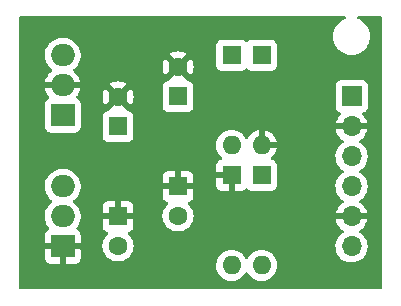
<source format=gbr>
%TF.GenerationSoftware,KiCad,Pcbnew,6.0.0*%
%TF.CreationDate,2022-01-20T18:31:13-07:00*%
%TF.ProjectId,cr3-power-regulator,6372332d-706f-4776-9572-2d726567756c,rev?*%
%TF.SameCoordinates,Original*%
%TF.FileFunction,Copper,L2,Bot*%
%TF.FilePolarity,Positive*%
%FSLAX46Y46*%
G04 Gerber Fmt 4.6, Leading zero omitted, Abs format (unit mm)*
G04 Created by KiCad (PCBNEW 6.0.0) date 2022-01-20 18:31:13*
%MOMM*%
%LPD*%
G01*
G04 APERTURE LIST*
%TA.AperFunction,ComponentPad*%
%ADD10R,1.600000X1.600000*%
%TD*%
%TA.AperFunction,ComponentPad*%
%ADD11C,1.600000*%
%TD*%
%TA.AperFunction,ComponentPad*%
%ADD12R,2.000000X1.905000*%
%TD*%
%TA.AperFunction,ComponentPad*%
%ADD13O,2.000000X1.905000*%
%TD*%
%TA.AperFunction,ComponentPad*%
%ADD14R,1.700000X1.700000*%
%TD*%
%TA.AperFunction,ComponentPad*%
%ADD15O,1.700000X1.700000*%
%TD*%
%TA.AperFunction,ComponentPad*%
%ADD16O,1.600000X1.600000*%
%TD*%
G04 APERTURE END LIST*
D10*
%TO.P,C4,1*%
%TO.N,GND*%
X175260000Y-83495183D03*
D11*
%TO.P,C4,2*%
%TO.N,OUT_N*%
X175260000Y-85995183D03*
%TD*%
D10*
%TO.P,C3,1*%
%TO.N,OUT_P*%
X175260000Y-75875183D03*
D11*
%TO.P,C3,2*%
%TO.N,GND*%
X175260000Y-73375183D03*
%TD*%
D10*
%TO.P,C2,1*%
%TO.N,GND*%
X170180000Y-86035183D03*
D11*
%TO.P,C2,2*%
%TO.N,IN_N*%
X170180000Y-88535183D03*
%TD*%
D10*
%TO.P,C1,1*%
%TO.N,IN_P*%
X170180000Y-78415183D03*
D11*
%TO.P,C1,2*%
%TO.N,GND*%
X170180000Y-75915183D03*
%TD*%
D12*
%TO.P,U2,1,GND*%
%TO.N,GND*%
X165498978Y-88575183D03*
D13*
%TO.P,U2,2,VI*%
%TO.N,IN_N*%
X165498978Y-86035183D03*
%TO.P,U2,3,VO*%
%TO.N,OUT_N*%
X165498978Y-83495183D03*
%TD*%
D12*
%TO.P,U1,1,IN*%
%TO.N,IN_P*%
X165498978Y-77470000D03*
D13*
%TO.P,U1,2,GND*%
%TO.N,GND*%
X165498978Y-74930000D03*
%TO.P,U1,3,OUT*%
%TO.N,OUT_P*%
X165498978Y-72390000D03*
%TD*%
D14*
%TO.P,J1,1,Pin_1*%
%TO.N,IN_P*%
X189953978Y-75875183D03*
D15*
%TO.P,J1,2,Pin_2*%
%TO.N,GND*%
X189953978Y-78415183D03*
%TO.P,J1,3,Pin_3*%
%TO.N,OUT_P*%
X189953978Y-80955183D03*
%TO.P,J1,4,Pin_4*%
%TO.N,OUT_N*%
X189953978Y-83495183D03*
%TO.P,J1,5,Pin_5*%
%TO.N,GND*%
X189953978Y-86035183D03*
%TO.P,J1,6,Pin_6*%
%TO.N,IN_N*%
X189953978Y-88575183D03*
%TD*%
D10*
%TO.P,D4,1,K*%
%TO.N,OUT_N*%
X182333978Y-82550000D03*
D16*
%TO.P,D4,2,A*%
%TO.N,IN_N*%
X182333978Y-90170000D03*
%TD*%
D10*
%TO.P,D2,1,K*%
%TO.N,OUT_P*%
X182333978Y-72390000D03*
D16*
%TO.P,D2,2,A*%
%TO.N,GND*%
X182333978Y-80010000D03*
%TD*%
%TO.P,D1,2,A*%
%TO.N,OUT_P*%
X179793978Y-80010000D03*
D10*
%TO.P,D1,1,K*%
%TO.N,IN_P*%
X179793978Y-72390000D03*
%TD*%
%TO.P,D3,1,K*%
%TO.N,GND*%
X179793978Y-82550000D03*
D16*
%TO.P,D3,2,A*%
%TO.N,OUT_N*%
X179793978Y-90170000D03*
%TD*%
%TA.AperFunction,Conductor*%
%TO.N,GND*%
G36*
X189435898Y-69108002D02*
G01*
X189482391Y-69161658D01*
X189492495Y-69231932D01*
X189463001Y-69296512D01*
X189417009Y-69329984D01*
X189229582Y-69409542D01*
X189017363Y-69543183D01*
X188829240Y-69709036D01*
X188670054Y-69902832D01*
X188543900Y-70119587D01*
X188454023Y-70353722D01*
X188402737Y-70599216D01*
X188391360Y-70849751D01*
X188391941Y-70854771D01*
X188391941Y-70854775D01*
X188400554Y-70929212D01*
X188420186Y-71098882D01*
X188421565Y-71103756D01*
X188421566Y-71103760D01*
X188472051Y-71282170D01*
X188488472Y-71340200D01*
X188490606Y-71344775D01*
X188490608Y-71344782D01*
X188592325Y-71562914D01*
X188594462Y-71567496D01*
X188597304Y-71571677D01*
X188597304Y-71571678D01*
X188732583Y-71770735D01*
X188732586Y-71770739D01*
X188735429Y-71774922D01*
X188738906Y-71778599D01*
X188738907Y-71778600D01*
X188839216Y-71884674D01*
X188907745Y-71957142D01*
X188911771Y-71960220D01*
X188911772Y-71960221D01*
X189102959Y-72106395D01*
X189102963Y-72106398D01*
X189106979Y-72109468D01*
X189328004Y-72227980D01*
X189332785Y-72229626D01*
X189332789Y-72229628D01*
X189502810Y-72288171D01*
X189565134Y-72309631D01*
X189668667Y-72327514D01*
X189808358Y-72351643D01*
X189808364Y-72351644D01*
X189812268Y-72352318D01*
X189816229Y-72352498D01*
X189816230Y-72352498D01*
X189840909Y-72353619D01*
X189840928Y-72353619D01*
X189842328Y-72353683D01*
X190016993Y-72353683D01*
X190019501Y-72353481D01*
X190019506Y-72353481D01*
X190198922Y-72339046D01*
X190198927Y-72339045D01*
X190203963Y-72338640D01*
X190208871Y-72337435D01*
X190208874Y-72337434D01*
X190442603Y-72280024D01*
X190447517Y-72278817D01*
X190452169Y-72276842D01*
X190452173Y-72276841D01*
X190673719Y-72182800D01*
X190673720Y-72182800D01*
X190678374Y-72180824D01*
X190890593Y-72047183D01*
X191078716Y-71881330D01*
X191237902Y-71687534D01*
X191364056Y-71470779D01*
X191409766Y-71351703D01*
X191452121Y-71241364D01*
X191453933Y-71236644D01*
X191456003Y-71226739D01*
X191504184Y-70996104D01*
X191505219Y-70991150D01*
X191507090Y-70949960D01*
X191511640Y-70849751D01*
X191516596Y-70740615D01*
X191487770Y-70491484D01*
X191448788Y-70353722D01*
X191420862Y-70255035D01*
X191420861Y-70255033D01*
X191419484Y-70250166D01*
X191417350Y-70245591D01*
X191417348Y-70245584D01*
X191315631Y-70027452D01*
X191315629Y-70027448D01*
X191313494Y-70022870D01*
X191310652Y-70018688D01*
X191175373Y-69819631D01*
X191175370Y-69819627D01*
X191172527Y-69815444D01*
X191071903Y-69709036D01*
X191003691Y-69636904D01*
X191000211Y-69633224D01*
X190996184Y-69630145D01*
X190804997Y-69483971D01*
X190804993Y-69483968D01*
X190800977Y-69480898D01*
X190579952Y-69362386D01*
X190575171Y-69360740D01*
X190575167Y-69360738D01*
X190495002Y-69333135D01*
X190437105Y-69292045D01*
X190410614Y-69226176D01*
X190423939Y-69156441D01*
X190472851Y-69104981D01*
X190536024Y-69088000D01*
X192406000Y-69088000D01*
X192474121Y-69108002D01*
X192520614Y-69161658D01*
X192532000Y-69214000D01*
X192532000Y-92076000D01*
X192511998Y-92144121D01*
X192458342Y-92190614D01*
X192406000Y-92202000D01*
X161924000Y-92202000D01*
X161855879Y-92181998D01*
X161809386Y-92128342D01*
X161798000Y-92076000D01*
X161798000Y-90170000D01*
X178480480Y-90170000D01*
X178500435Y-90398087D01*
X178559694Y-90619243D01*
X178562017Y-90624224D01*
X178562017Y-90624225D01*
X178654129Y-90821762D01*
X178654132Y-90821767D01*
X178656455Y-90826749D01*
X178787780Y-91014300D01*
X178949678Y-91176198D01*
X178954186Y-91179355D01*
X178954189Y-91179357D01*
X179032367Y-91234098D01*
X179137229Y-91307523D01*
X179142211Y-91309846D01*
X179142216Y-91309849D01*
X179339753Y-91401961D01*
X179344735Y-91404284D01*
X179350043Y-91405706D01*
X179350045Y-91405707D01*
X179560576Y-91462119D01*
X179560578Y-91462119D01*
X179565891Y-91463543D01*
X179793978Y-91483498D01*
X180022065Y-91463543D01*
X180027378Y-91462119D01*
X180027380Y-91462119D01*
X180237911Y-91405707D01*
X180237913Y-91405706D01*
X180243221Y-91404284D01*
X180248203Y-91401961D01*
X180445740Y-91309849D01*
X180445745Y-91309846D01*
X180450727Y-91307523D01*
X180555589Y-91234098D01*
X180633767Y-91179357D01*
X180633770Y-91179355D01*
X180638278Y-91176198D01*
X180800176Y-91014300D01*
X180931501Y-90826749D01*
X180933824Y-90821767D01*
X180933827Y-90821762D01*
X180949783Y-90787543D01*
X180996700Y-90734258D01*
X181064977Y-90714797D01*
X181132937Y-90735339D01*
X181178173Y-90787543D01*
X181194129Y-90821762D01*
X181194132Y-90821767D01*
X181196455Y-90826749D01*
X181327780Y-91014300D01*
X181489678Y-91176198D01*
X181494186Y-91179355D01*
X181494189Y-91179357D01*
X181572367Y-91234098D01*
X181677229Y-91307523D01*
X181682211Y-91309846D01*
X181682216Y-91309849D01*
X181879753Y-91401961D01*
X181884735Y-91404284D01*
X181890043Y-91405706D01*
X181890045Y-91405707D01*
X182100576Y-91462119D01*
X182100578Y-91462119D01*
X182105891Y-91463543D01*
X182333978Y-91483498D01*
X182562065Y-91463543D01*
X182567378Y-91462119D01*
X182567380Y-91462119D01*
X182777911Y-91405707D01*
X182777913Y-91405706D01*
X182783221Y-91404284D01*
X182788203Y-91401961D01*
X182985740Y-91309849D01*
X182985745Y-91309846D01*
X182990727Y-91307523D01*
X183095589Y-91234098D01*
X183173767Y-91179357D01*
X183173770Y-91179355D01*
X183178278Y-91176198D01*
X183340176Y-91014300D01*
X183471501Y-90826749D01*
X183473824Y-90821767D01*
X183473827Y-90821762D01*
X183565939Y-90624225D01*
X183565939Y-90624224D01*
X183568262Y-90619243D01*
X183627521Y-90398087D01*
X183647476Y-90170000D01*
X183627521Y-89941913D01*
X183603978Y-89854050D01*
X183569685Y-89726067D01*
X183569684Y-89726065D01*
X183568262Y-89720757D01*
X183545856Y-89672706D01*
X183473827Y-89518238D01*
X183473824Y-89518233D01*
X183471501Y-89513251D01*
X183378387Y-89380271D01*
X183343335Y-89330211D01*
X183343333Y-89330208D01*
X183340176Y-89325700D01*
X183178278Y-89163802D01*
X183173770Y-89160645D01*
X183173767Y-89160643D01*
X183060933Y-89081636D01*
X182990727Y-89032477D01*
X182985745Y-89030154D01*
X182985740Y-89030151D01*
X182788203Y-88938039D01*
X182788202Y-88938039D01*
X182783221Y-88935716D01*
X182777913Y-88934294D01*
X182777911Y-88934293D01*
X182567380Y-88877881D01*
X182567378Y-88877881D01*
X182562065Y-88876457D01*
X182333978Y-88856502D01*
X182105891Y-88876457D01*
X182100578Y-88877881D01*
X182100576Y-88877881D01*
X181890045Y-88934293D01*
X181890043Y-88934294D01*
X181884735Y-88935716D01*
X181879754Y-88938039D01*
X181879753Y-88938039D01*
X181682216Y-89030151D01*
X181682211Y-89030154D01*
X181677229Y-89032477D01*
X181607023Y-89081636D01*
X181494189Y-89160643D01*
X181494186Y-89160645D01*
X181489678Y-89163802D01*
X181327780Y-89325700D01*
X181324623Y-89330208D01*
X181324621Y-89330211D01*
X181289569Y-89380271D01*
X181196455Y-89513251D01*
X181194132Y-89518233D01*
X181194129Y-89518238D01*
X181178173Y-89552457D01*
X181131256Y-89605742D01*
X181062979Y-89625203D01*
X180995019Y-89604661D01*
X180949783Y-89552457D01*
X180933827Y-89518238D01*
X180933824Y-89518233D01*
X180931501Y-89513251D01*
X180838387Y-89380271D01*
X180803335Y-89330211D01*
X180803333Y-89330208D01*
X180800176Y-89325700D01*
X180638278Y-89163802D01*
X180633770Y-89160645D01*
X180633767Y-89160643D01*
X180520933Y-89081636D01*
X180450727Y-89032477D01*
X180445745Y-89030154D01*
X180445740Y-89030151D01*
X180248203Y-88938039D01*
X180248202Y-88938039D01*
X180243221Y-88935716D01*
X180237913Y-88934294D01*
X180237911Y-88934293D01*
X180027380Y-88877881D01*
X180027378Y-88877881D01*
X180022065Y-88876457D01*
X179793978Y-88856502D01*
X179565891Y-88876457D01*
X179560578Y-88877881D01*
X179560576Y-88877881D01*
X179350045Y-88934293D01*
X179350043Y-88934294D01*
X179344735Y-88935716D01*
X179339754Y-88938039D01*
X179339753Y-88938039D01*
X179142216Y-89030151D01*
X179142211Y-89030154D01*
X179137229Y-89032477D01*
X179067023Y-89081636D01*
X178954189Y-89160643D01*
X178954186Y-89160645D01*
X178949678Y-89163802D01*
X178787780Y-89325700D01*
X178784623Y-89330208D01*
X178784621Y-89330211D01*
X178749569Y-89380271D01*
X178656455Y-89513251D01*
X178654132Y-89518233D01*
X178654129Y-89518238D01*
X178582100Y-89672706D01*
X178559694Y-89720757D01*
X178558272Y-89726065D01*
X178558271Y-89726067D01*
X178523978Y-89854050D01*
X178500435Y-89941913D01*
X178480480Y-90170000D01*
X161798000Y-90170000D01*
X161798000Y-89572352D01*
X163990979Y-89572352D01*
X163991349Y-89579173D01*
X163996873Y-89630035D01*
X164000499Y-89645287D01*
X164045654Y-89765737D01*
X164054192Y-89781332D01*
X164130693Y-89883407D01*
X164143254Y-89895968D01*
X164245329Y-89972469D01*
X164260924Y-89981007D01*
X164381372Y-90026161D01*
X164396627Y-90029788D01*
X164447492Y-90035314D01*
X164454306Y-90035683D01*
X165226863Y-90035683D01*
X165242102Y-90031208D01*
X165243307Y-90029818D01*
X165244978Y-90022135D01*
X165244978Y-90017567D01*
X165752978Y-90017567D01*
X165757453Y-90032806D01*
X165758843Y-90034011D01*
X165766526Y-90035682D01*
X166543647Y-90035682D01*
X166550468Y-90035312D01*
X166601330Y-90029788D01*
X166616582Y-90026162D01*
X166737032Y-89981007D01*
X166752627Y-89972469D01*
X166854702Y-89895968D01*
X166867263Y-89883407D01*
X166943764Y-89781332D01*
X166952302Y-89765737D01*
X166997456Y-89645289D01*
X167001083Y-89630034D01*
X167006609Y-89579169D01*
X167006978Y-89572355D01*
X167006978Y-88847298D01*
X167002503Y-88832059D01*
X167001113Y-88830854D01*
X166993430Y-88829183D01*
X165771093Y-88829183D01*
X165755854Y-88833658D01*
X165754649Y-88835048D01*
X165752978Y-88842731D01*
X165752978Y-90017567D01*
X165244978Y-90017567D01*
X165244978Y-88847298D01*
X165240503Y-88832059D01*
X165239113Y-88830854D01*
X165231430Y-88829183D01*
X164009094Y-88829183D01*
X163993855Y-88833658D01*
X163992650Y-88835048D01*
X163990979Y-88842731D01*
X163990979Y-89572352D01*
X161798000Y-89572352D01*
X161798000Y-88535183D01*
X168866502Y-88535183D01*
X168886457Y-88763270D01*
X168887881Y-88768583D01*
X168887881Y-88768585D01*
X168933287Y-88938039D01*
X168945716Y-88984426D01*
X168948039Y-88989407D01*
X168948039Y-88989408D01*
X169040151Y-89186945D01*
X169040154Y-89186950D01*
X169042477Y-89191932D01*
X169105165Y-89281460D01*
X169136143Y-89325700D01*
X169173802Y-89379483D01*
X169335700Y-89541381D01*
X169340208Y-89544538D01*
X169340211Y-89544540D01*
X169351518Y-89552457D01*
X169523251Y-89672706D01*
X169528233Y-89675029D01*
X169528238Y-89675032D01*
X169685484Y-89748356D01*
X169730757Y-89769467D01*
X169736065Y-89770889D01*
X169736067Y-89770890D01*
X169946598Y-89827302D01*
X169946600Y-89827302D01*
X169951913Y-89828726D01*
X170180000Y-89848681D01*
X170408087Y-89828726D01*
X170413400Y-89827302D01*
X170413402Y-89827302D01*
X170623933Y-89770890D01*
X170623935Y-89770889D01*
X170629243Y-89769467D01*
X170674516Y-89748356D01*
X170831762Y-89675032D01*
X170831767Y-89675029D01*
X170836749Y-89672706D01*
X171008482Y-89552457D01*
X171019789Y-89544540D01*
X171019792Y-89544538D01*
X171024300Y-89541381D01*
X171186198Y-89379483D01*
X171223858Y-89325700D01*
X171254835Y-89281460D01*
X171317523Y-89191932D01*
X171319846Y-89186950D01*
X171319849Y-89186945D01*
X171411961Y-88989408D01*
X171411961Y-88989407D01*
X171414284Y-88984426D01*
X171426714Y-88938039D01*
X171472119Y-88768585D01*
X171472119Y-88768583D01*
X171473543Y-88763270D01*
X171492912Y-88541878D01*
X188591229Y-88541878D01*
X188591526Y-88547031D01*
X188591526Y-88547034D01*
X188596989Y-88641773D01*
X188604088Y-88764898D01*
X188605225Y-88769944D01*
X188605226Y-88769950D01*
X188619584Y-88833658D01*
X188653200Y-88982822D01*
X188737244Y-89189799D01*
X188739943Y-89194203D01*
X188850718Y-89374972D01*
X188853965Y-89380271D01*
X189000228Y-89549121D01*
X189172104Y-89691815D01*
X189364978Y-89804521D01*
X189573670Y-89884213D01*
X189578738Y-89885244D01*
X189578741Y-89885245D01*
X189631447Y-89895968D01*
X189792575Y-89928750D01*
X189797750Y-89928940D01*
X189797752Y-89928940D01*
X190010651Y-89936747D01*
X190010655Y-89936747D01*
X190015815Y-89936936D01*
X190020935Y-89936280D01*
X190020937Y-89936280D01*
X190232266Y-89909208D01*
X190232267Y-89909208D01*
X190237394Y-89908551D01*
X190279335Y-89895968D01*
X190446407Y-89845844D01*
X190446412Y-89845842D01*
X190451362Y-89844357D01*
X190651972Y-89746079D01*
X190833838Y-89616356D01*
X190992074Y-89458672D01*
X191046177Y-89383380D01*
X191119413Y-89281460D01*
X191122431Y-89277260D01*
X191162375Y-89196440D01*
X191219114Y-89081636D01*
X191219115Y-89081634D01*
X191221408Y-89076994D01*
X191286348Y-88863252D01*
X191315507Y-88641773D01*
X191317134Y-88575183D01*
X191298830Y-88352544D01*
X191244409Y-88135885D01*
X191155332Y-87931023D01*
X191033992Y-87743460D01*
X190883648Y-87578234D01*
X190879597Y-87575035D01*
X190879593Y-87575031D01*
X190712392Y-87442983D01*
X190712388Y-87442981D01*
X190708337Y-87439781D01*
X190666547Y-87416712D01*
X190616576Y-87366280D01*
X190601804Y-87296837D01*
X190626920Y-87230431D01*
X190654272Y-87203824D01*
X190829306Y-87078975D01*
X190837178Y-87072322D01*
X190988030Y-86921995D01*
X190994708Y-86914148D01*
X191118981Y-86741203D01*
X191124291Y-86732366D01*
X191218648Y-86541450D01*
X191222447Y-86531855D01*
X191284355Y-86328093D01*
X191286533Y-86318020D01*
X191287964Y-86307145D01*
X191285753Y-86292961D01*
X191272595Y-86289183D01*
X188637203Y-86289183D01*
X188623672Y-86293156D01*
X188622235Y-86303149D01*
X188652543Y-86437629D01*
X188655623Y-86447458D01*
X188735748Y-86644786D01*
X188740391Y-86653977D01*
X188851672Y-86835571D01*
X188857755Y-86843882D01*
X188997191Y-87004850D01*
X189004558Y-87012066D01*
X189168412Y-87148099D01*
X189176859Y-87154014D01*
X189245947Y-87194386D01*
X189294671Y-87246025D01*
X189307742Y-87315808D01*
X189281011Y-87381579D01*
X189240562Y-87414935D01*
X189227585Y-87421690D01*
X189223452Y-87424793D01*
X189223449Y-87424795D01*
X189053078Y-87552713D01*
X189048943Y-87555818D01*
X188894607Y-87717321D01*
X188768721Y-87901863D01*
X188752981Y-87935773D01*
X188683276Y-88085940D01*
X188674666Y-88104488D01*
X188614967Y-88319753D01*
X188591229Y-88541878D01*
X171492912Y-88541878D01*
X171493498Y-88535183D01*
X171473543Y-88307096D01*
X171472119Y-88301781D01*
X171415707Y-88091250D01*
X171415706Y-88091248D01*
X171414284Y-88085940D01*
X171411961Y-88080958D01*
X171319849Y-87883421D01*
X171319846Y-87883416D01*
X171317523Y-87878434D01*
X171204710Y-87717321D01*
X171189357Y-87695394D01*
X171189355Y-87695391D01*
X171186198Y-87690883D01*
X171040078Y-87544763D01*
X171006052Y-87482451D01*
X171011117Y-87411636D01*
X171053664Y-87354800D01*
X171090606Y-87337500D01*
X171090207Y-87336435D01*
X171218054Y-87288507D01*
X171233649Y-87279969D01*
X171335724Y-87203468D01*
X171348285Y-87190907D01*
X171424786Y-87088832D01*
X171433324Y-87073237D01*
X171478478Y-86952789D01*
X171482105Y-86937534D01*
X171487631Y-86886669D01*
X171488000Y-86879855D01*
X171488000Y-86307298D01*
X171483525Y-86292059D01*
X171482135Y-86290854D01*
X171474452Y-86289183D01*
X168890116Y-86289183D01*
X168874877Y-86293658D01*
X168873672Y-86295048D01*
X168872001Y-86302731D01*
X168872001Y-86879852D01*
X168872371Y-86886673D01*
X168877895Y-86937535D01*
X168881521Y-86952787D01*
X168926676Y-87073237D01*
X168935214Y-87088832D01*
X169011715Y-87190907D01*
X169024276Y-87203468D01*
X169126351Y-87279969D01*
X169141946Y-87288507D01*
X169269793Y-87336435D01*
X169269096Y-87338295D01*
X169321628Y-87368314D01*
X169354442Y-87431273D01*
X169348008Y-87501977D01*
X169319922Y-87544763D01*
X169173802Y-87690883D01*
X169170645Y-87695391D01*
X169170643Y-87695394D01*
X169155290Y-87717321D01*
X169042477Y-87878434D01*
X169040154Y-87883416D01*
X169040151Y-87883421D01*
X168948039Y-88080958D01*
X168945716Y-88085940D01*
X168944294Y-88091248D01*
X168944293Y-88091250D01*
X168887881Y-88301781D01*
X168886457Y-88307096D01*
X168866502Y-88535183D01*
X161798000Y-88535183D01*
X161798000Y-86137446D01*
X163989042Y-86137446D01*
X164025382Y-86374927D01*
X164045876Y-86437629D01*
X164098412Y-86598366D01*
X164098415Y-86598372D01*
X164100020Y-86603284D01*
X164102407Y-86607870D01*
X164102409Y-86607874D01*
X164208562Y-86811790D01*
X164210953Y-86816383D01*
X164327706Y-86971883D01*
X164352611Y-87038365D01*
X164337619Y-87107761D01*
X164287489Y-87158035D01*
X164271175Y-87165516D01*
X164260924Y-87169359D01*
X164245329Y-87177897D01*
X164143254Y-87254398D01*
X164130693Y-87266959D01*
X164054192Y-87369034D01*
X164045654Y-87384629D01*
X164000500Y-87505077D01*
X163996873Y-87520332D01*
X163991347Y-87571197D01*
X163990978Y-87578011D01*
X163990978Y-88303068D01*
X163995453Y-88318307D01*
X163996843Y-88319512D01*
X164004526Y-88321183D01*
X166988862Y-88321183D01*
X167004101Y-88316708D01*
X167005306Y-88315318D01*
X167006977Y-88307635D01*
X167006977Y-87578014D01*
X167006607Y-87571193D01*
X167001083Y-87520331D01*
X166997457Y-87505079D01*
X166952302Y-87384629D01*
X166943764Y-87369034D01*
X166867263Y-87266959D01*
X166854702Y-87254398D01*
X166752627Y-87177897D01*
X166737033Y-87169359D01*
X166725465Y-87165023D01*
X166668699Y-87122382D01*
X166643998Y-87055821D01*
X166659204Y-86986472D01*
X166670810Y-86968948D01*
X166764345Y-86850513D01*
X166764348Y-86850508D01*
X166767546Y-86846459D01*
X166773557Y-86835571D01*
X166881155Y-86640657D01*
X166881157Y-86640653D01*
X166883652Y-86636133D01*
X166917182Y-86541450D01*
X166962122Y-86414543D01*
X166962123Y-86414539D01*
X166963848Y-86409668D01*
X166969161Y-86379842D01*
X167005073Y-86178235D01*
X167005074Y-86178229D01*
X167005979Y-86173146D01*
X167008153Y-85995183D01*
X173946502Y-85995183D01*
X173966457Y-86223270D01*
X173967881Y-86228583D01*
X173967881Y-86228585D01*
X174016403Y-86409668D01*
X174025716Y-86444426D01*
X174028039Y-86449407D01*
X174028039Y-86449408D01*
X174120151Y-86646945D01*
X174120154Y-86646950D01*
X174122477Y-86651932D01*
X174253802Y-86839483D01*
X174415700Y-87001381D01*
X174420208Y-87004538D01*
X174420211Y-87004540D01*
X174463708Y-87034997D01*
X174603251Y-87132706D01*
X174608233Y-87135029D01*
X174608238Y-87135032D01*
X174786331Y-87218077D01*
X174810757Y-87229467D01*
X174816065Y-87230889D01*
X174816067Y-87230890D01*
X175026598Y-87287302D01*
X175026600Y-87287302D01*
X175031913Y-87288726D01*
X175260000Y-87308681D01*
X175488087Y-87288726D01*
X175493400Y-87287302D01*
X175493402Y-87287302D01*
X175703933Y-87230890D01*
X175703935Y-87230889D01*
X175709243Y-87229467D01*
X175733669Y-87218077D01*
X175911762Y-87135032D01*
X175911767Y-87135029D01*
X175916749Y-87132706D01*
X176056292Y-87034997D01*
X176099789Y-87004540D01*
X176099792Y-87004538D01*
X176104300Y-87001381D01*
X176266198Y-86839483D01*
X176397523Y-86651932D01*
X176399846Y-86646950D01*
X176399849Y-86646945D01*
X176491961Y-86449408D01*
X176491961Y-86449407D01*
X176494284Y-86444426D01*
X176503598Y-86409668D01*
X176552119Y-86228585D01*
X176552119Y-86228583D01*
X176553543Y-86223270D01*
X176573498Y-85995183D01*
X176553543Y-85767096D01*
X176552119Y-85761781D01*
X176495707Y-85551250D01*
X176495706Y-85551248D01*
X176494284Y-85545940D01*
X176491961Y-85540958D01*
X176399849Y-85343421D01*
X176399846Y-85343416D01*
X176397523Y-85338434D01*
X176317330Y-85223907D01*
X176269357Y-85155394D01*
X176269355Y-85155391D01*
X176266198Y-85150883D01*
X176120078Y-85004763D01*
X176086052Y-84942451D01*
X176091117Y-84871636D01*
X176133664Y-84814800D01*
X176170606Y-84797500D01*
X176170207Y-84796435D01*
X176298054Y-84748507D01*
X176313649Y-84739969D01*
X176415724Y-84663468D01*
X176428285Y-84650907D01*
X176504786Y-84548832D01*
X176513324Y-84533237D01*
X176558478Y-84412789D01*
X176562105Y-84397534D01*
X176567631Y-84346669D01*
X176568000Y-84339855D01*
X176568000Y-83767298D01*
X176563525Y-83752059D01*
X176562135Y-83750854D01*
X176554452Y-83749183D01*
X173970116Y-83749183D01*
X173954877Y-83753658D01*
X173953672Y-83755048D01*
X173952001Y-83762731D01*
X173952001Y-84339852D01*
X173952371Y-84346673D01*
X173957895Y-84397535D01*
X173961521Y-84412787D01*
X174006676Y-84533237D01*
X174015214Y-84548832D01*
X174091715Y-84650907D01*
X174104276Y-84663468D01*
X174206351Y-84739969D01*
X174221946Y-84748507D01*
X174349793Y-84796435D01*
X174349096Y-84798295D01*
X174401628Y-84828314D01*
X174434442Y-84891273D01*
X174428008Y-84961977D01*
X174399922Y-85004763D01*
X174253802Y-85150883D01*
X174250645Y-85155391D01*
X174250643Y-85155394D01*
X174202670Y-85223907D01*
X174122477Y-85338434D01*
X174120154Y-85343416D01*
X174120151Y-85343421D01*
X174028039Y-85540958D01*
X174025716Y-85545940D01*
X174024294Y-85551248D01*
X174024293Y-85551250D01*
X173967881Y-85761781D01*
X173966457Y-85767096D01*
X173946502Y-85995183D01*
X167008153Y-85995183D01*
X167008914Y-85932920D01*
X166982923Y-85763068D01*
X168872000Y-85763068D01*
X168876475Y-85778307D01*
X168877865Y-85779512D01*
X168885548Y-85781183D01*
X169907885Y-85781183D01*
X169923124Y-85776708D01*
X169924329Y-85775318D01*
X169926000Y-85767635D01*
X169926000Y-85763068D01*
X170434000Y-85763068D01*
X170438475Y-85778307D01*
X170439865Y-85779512D01*
X170447548Y-85781183D01*
X171469884Y-85781183D01*
X171485123Y-85776708D01*
X171486328Y-85775318D01*
X171487999Y-85767635D01*
X171487999Y-85190514D01*
X171487629Y-85183693D01*
X171482105Y-85132831D01*
X171478479Y-85117579D01*
X171433324Y-84997129D01*
X171424786Y-84981534D01*
X171348285Y-84879459D01*
X171335724Y-84866898D01*
X171233649Y-84790397D01*
X171218054Y-84781859D01*
X171097606Y-84736705D01*
X171082351Y-84733078D01*
X171031486Y-84727552D01*
X171024672Y-84727183D01*
X170452115Y-84727183D01*
X170436876Y-84731658D01*
X170435671Y-84733048D01*
X170434000Y-84740731D01*
X170434000Y-85763068D01*
X169926000Y-85763068D01*
X169926000Y-84745299D01*
X169921525Y-84730060D01*
X169920135Y-84728855D01*
X169912452Y-84727184D01*
X169335331Y-84727184D01*
X169328510Y-84727554D01*
X169277648Y-84733078D01*
X169262396Y-84736704D01*
X169141946Y-84781859D01*
X169126351Y-84790397D01*
X169024276Y-84866898D01*
X169011715Y-84879459D01*
X168935214Y-84981534D01*
X168926676Y-84997129D01*
X168881522Y-85117577D01*
X168877895Y-85132832D01*
X168872369Y-85183697D01*
X168872000Y-85190511D01*
X168872000Y-85763068D01*
X166982923Y-85763068D01*
X166972574Y-85695439D01*
X166922082Y-85540958D01*
X166899544Y-85472000D01*
X166899541Y-85471994D01*
X166897936Y-85467082D01*
X166860932Y-85395997D01*
X166789394Y-85258576D01*
X166787003Y-85253983D01*
X166696040Y-85132832D01*
X166645860Y-85065998D01*
X166645858Y-85065995D01*
X166642755Y-85061863D01*
X166517798Y-84942451D01*
X166472803Y-84899453D01*
X166472802Y-84899452D01*
X166469066Y-84895882D01*
X166432075Y-84870648D01*
X166387074Y-84815739D01*
X166378903Y-84745215D01*
X166410157Y-84681467D01*
X166434638Y-84660772D01*
X166436613Y-84659494D01*
X166440955Y-84656685D01*
X166618648Y-84494997D01*
X166695619Y-84397535D01*
X166764345Y-84310513D01*
X166764348Y-84310508D01*
X166767546Y-84306459D01*
X166773391Y-84295872D01*
X166881155Y-84100657D01*
X166881157Y-84100653D01*
X166883652Y-84096133D01*
X166917116Y-84001636D01*
X166962122Y-83874543D01*
X166962123Y-83874539D01*
X166963848Y-83869668D01*
X166964756Y-83864572D01*
X167005073Y-83638235D01*
X167005074Y-83638229D01*
X167005979Y-83633146D01*
X167007152Y-83537157D01*
X167008851Y-83398088D01*
X167008851Y-83398086D01*
X167008893Y-83394669D01*
X178485979Y-83394669D01*
X178486349Y-83401490D01*
X178491873Y-83452352D01*
X178495499Y-83467604D01*
X178540654Y-83588054D01*
X178549192Y-83603649D01*
X178625693Y-83705724D01*
X178638254Y-83718285D01*
X178740329Y-83794786D01*
X178755924Y-83803324D01*
X178876372Y-83848478D01*
X178891627Y-83852105D01*
X178942492Y-83857631D01*
X178949306Y-83858000D01*
X179521863Y-83858000D01*
X179537102Y-83853525D01*
X179538307Y-83852135D01*
X179539978Y-83844452D01*
X179539978Y-82822115D01*
X179535503Y-82806876D01*
X179534113Y-82805671D01*
X179526430Y-82804000D01*
X178504094Y-82804000D01*
X178488855Y-82808475D01*
X178487650Y-82809865D01*
X178485979Y-82817548D01*
X178485979Y-83394669D01*
X167008893Y-83394669D01*
X167008914Y-83392920D01*
X166982923Y-83223068D01*
X173952000Y-83223068D01*
X173956475Y-83238307D01*
X173957865Y-83239512D01*
X173965548Y-83241183D01*
X174987885Y-83241183D01*
X175003124Y-83236708D01*
X175004329Y-83235318D01*
X175006000Y-83227635D01*
X175006000Y-83223068D01*
X175514000Y-83223068D01*
X175518475Y-83238307D01*
X175519865Y-83239512D01*
X175527548Y-83241183D01*
X176549884Y-83241183D01*
X176565123Y-83236708D01*
X176566328Y-83235318D01*
X176567999Y-83227635D01*
X176567999Y-82650514D01*
X176567629Y-82643693D01*
X176562105Y-82592831D01*
X176558479Y-82577579D01*
X176513324Y-82457129D01*
X176504786Y-82441534D01*
X176428285Y-82339459D01*
X176415724Y-82326898D01*
X176313649Y-82250397D01*
X176298054Y-82241859D01*
X176177606Y-82196705D01*
X176162351Y-82193078D01*
X176111486Y-82187552D01*
X176104672Y-82187183D01*
X175532115Y-82187183D01*
X175516876Y-82191658D01*
X175515671Y-82193048D01*
X175514000Y-82200731D01*
X175514000Y-83223068D01*
X175006000Y-83223068D01*
X175006000Y-82205299D01*
X175001525Y-82190060D01*
X175000135Y-82188855D01*
X174992452Y-82187184D01*
X174415331Y-82187184D01*
X174408510Y-82187554D01*
X174357648Y-82193078D01*
X174342396Y-82196704D01*
X174221946Y-82241859D01*
X174206351Y-82250397D01*
X174104276Y-82326898D01*
X174091715Y-82339459D01*
X174015214Y-82441534D01*
X174006676Y-82457129D01*
X173961522Y-82577577D01*
X173957895Y-82592832D01*
X173952369Y-82643697D01*
X173952000Y-82650511D01*
X173952000Y-83223068D01*
X166982923Y-83223068D01*
X166972574Y-83155439D01*
X166929773Y-83024488D01*
X166899544Y-82932000D01*
X166899541Y-82931994D01*
X166897936Y-82927082D01*
X166843294Y-82822115D01*
X166789394Y-82718576D01*
X166787003Y-82713983D01*
X166732652Y-82641594D01*
X166645860Y-82525998D01*
X166645858Y-82525995D01*
X166642755Y-82521863D01*
X166469066Y-82355882D01*
X166270600Y-82220497D01*
X166265917Y-82218323D01*
X166265913Y-82218321D01*
X166057383Y-82121525D01*
X166057379Y-82121524D01*
X166052688Y-82119346D01*
X165821180Y-82055143D01*
X165816043Y-82054594D01*
X165628385Y-82034539D01*
X165628377Y-82034539D01*
X165625050Y-82034183D01*
X165390576Y-82034183D01*
X165388003Y-82034395D01*
X165387992Y-82034395D01*
X165287032Y-82042696D01*
X165212041Y-82048861D01*
X164979034Y-82107389D01*
X164850207Y-82163404D01*
X164763452Y-82201126D01*
X164763449Y-82201128D01*
X164758715Y-82203186D01*
X164683537Y-82251821D01*
X164567486Y-82326898D01*
X164557001Y-82333681D01*
X164379308Y-82495369D01*
X164355119Y-82525998D01*
X164233611Y-82679853D01*
X164233608Y-82679858D01*
X164230410Y-82683907D01*
X164227917Y-82688423D01*
X164227915Y-82688426D01*
X164140557Y-82846675D01*
X164114304Y-82894233D01*
X164112580Y-82899102D01*
X164112578Y-82899106D01*
X164035834Y-83115823D01*
X164034108Y-83120698D01*
X164033201Y-83125791D01*
X164033200Y-83125794D01*
X164006141Y-83277705D01*
X163991977Y-83357220D01*
X163989042Y-83597446D01*
X164025382Y-83834927D01*
X164049138Y-83907608D01*
X164098412Y-84058366D01*
X164098415Y-84058372D01*
X164100020Y-84063284D01*
X164210953Y-84276383D01*
X164214063Y-84280525D01*
X164313370Y-84412789D01*
X164355201Y-84468503D01*
X164528890Y-84634484D01*
X164565881Y-84659718D01*
X164610882Y-84714627D01*
X164619053Y-84785151D01*
X164587799Y-84848899D01*
X164563318Y-84869594D01*
X164561685Y-84870651D01*
X164557001Y-84873681D01*
X164379308Y-85035369D01*
X164355119Y-85065998D01*
X164233611Y-85219853D01*
X164233608Y-85219858D01*
X164230410Y-85223907D01*
X164227917Y-85228423D01*
X164227915Y-85228426D01*
X164140421Y-85386922D01*
X164114304Y-85434233D01*
X164112580Y-85439102D01*
X164112578Y-85439106D01*
X164035834Y-85655823D01*
X164034108Y-85660698D01*
X164033201Y-85665791D01*
X164033200Y-85665794D01*
X164013159Y-85778307D01*
X163991977Y-85897220D01*
X163989042Y-86137446D01*
X161798000Y-86137446D01*
X161798000Y-80010000D01*
X178480480Y-80010000D01*
X178500435Y-80238087D01*
X178559694Y-80459243D01*
X178562017Y-80464224D01*
X178562017Y-80464225D01*
X178654129Y-80661762D01*
X178654132Y-80661767D01*
X178656455Y-80666749D01*
X178787780Y-80854300D01*
X178949678Y-81016198D01*
X178954189Y-81019357D01*
X178958402Y-81022892D01*
X178957590Y-81023860D01*
X178998068Y-81074494D01*
X179005382Y-81145113D01*
X178973354Y-81208476D01*
X178912155Y-81244464D01*
X178895077Y-81247520D01*
X178891626Y-81247895D01*
X178876374Y-81251521D01*
X178755924Y-81296676D01*
X178740329Y-81305214D01*
X178638254Y-81381715D01*
X178625693Y-81394276D01*
X178549192Y-81496351D01*
X178540654Y-81511946D01*
X178495500Y-81632394D01*
X178491873Y-81647649D01*
X178486347Y-81698514D01*
X178485978Y-81705328D01*
X178485978Y-82277885D01*
X178490453Y-82293124D01*
X178491843Y-82294329D01*
X178499526Y-82296000D01*
X179921978Y-82296000D01*
X179990099Y-82316002D01*
X180036592Y-82369658D01*
X180047978Y-82422000D01*
X180047978Y-83839884D01*
X180052453Y-83855123D01*
X180053843Y-83856328D01*
X180061526Y-83857999D01*
X180638647Y-83857999D01*
X180645468Y-83857629D01*
X180696330Y-83852105D01*
X180711582Y-83848479D01*
X180832032Y-83803324D01*
X180847627Y-83794786D01*
X180949702Y-83718285D01*
X180962262Y-83705725D01*
X180962843Y-83704950D01*
X180963612Y-83704375D01*
X180968613Y-83699374D01*
X180969335Y-83700096D01*
X181019704Y-83662438D01*
X181090523Y-83657416D01*
X181152815Y-83691478D01*
X181164488Y-83704950D01*
X181170717Y-83713261D01*
X181287273Y-83800615D01*
X181423662Y-83851745D01*
X181485844Y-83858500D01*
X183182112Y-83858500D01*
X183244294Y-83851745D01*
X183380683Y-83800615D01*
X183497239Y-83713261D01*
X183584593Y-83596705D01*
X183635137Y-83461878D01*
X188591229Y-83461878D01*
X188591526Y-83467031D01*
X188591526Y-83467034D01*
X188599403Y-83603649D01*
X188604088Y-83684898D01*
X188605225Y-83689944D01*
X188605226Y-83689950D01*
X188619584Y-83753658D01*
X188653200Y-83902822D01*
X188737244Y-84109799D01*
X188739943Y-84114203D01*
X188841865Y-84280525D01*
X188853965Y-84300271D01*
X189000228Y-84469121D01*
X189172104Y-84611815D01*
X189210898Y-84634484D01*
X189245933Y-84654957D01*
X189294657Y-84706595D01*
X189307728Y-84776378D01*
X189280997Y-84842150D01*
X189240540Y-84875510D01*
X189232435Y-84879729D01*
X189223716Y-84885219D01*
X189053411Y-85013088D01*
X189045704Y-85019931D01*
X188898568Y-85173900D01*
X188892082Y-85181910D01*
X188772076Y-85357832D01*
X188766978Y-85366806D01*
X188677316Y-85559966D01*
X188673753Y-85569653D01*
X188618367Y-85769366D01*
X188619890Y-85777790D01*
X188632270Y-85781183D01*
X191272322Y-85781183D01*
X191285853Y-85777210D01*
X191287158Y-85768130D01*
X191245192Y-85601058D01*
X191241872Y-85591307D01*
X191156950Y-85395997D01*
X191152083Y-85386922D01*
X191036404Y-85208109D01*
X191030114Y-85199940D01*
X190886784Y-85042423D01*
X190879251Y-85035398D01*
X190712117Y-84903405D01*
X190703534Y-84897703D01*
X190666580Y-84877303D01*
X190616609Y-84826870D01*
X190601837Y-84757428D01*
X190626953Y-84691022D01*
X190654305Y-84664415D01*
X190701273Y-84630913D01*
X190833838Y-84536356D01*
X190992074Y-84378672D01*
X191015068Y-84346673D01*
X191119413Y-84201460D01*
X191122431Y-84197260D01*
X191221408Y-83996994D01*
X191263750Y-83857631D01*
X191284843Y-83788206D01*
X191284843Y-83788204D01*
X191286348Y-83783252D01*
X191315507Y-83561773D01*
X191317134Y-83495183D01*
X191298830Y-83272544D01*
X191244409Y-83055885D01*
X191155332Y-82851023D01*
X191063997Y-82709841D01*
X191036800Y-82667800D01*
X191036798Y-82667797D01*
X191033992Y-82663460D01*
X190883648Y-82498234D01*
X190879597Y-82495035D01*
X190879593Y-82495031D01*
X190712392Y-82362983D01*
X190712388Y-82362981D01*
X190708337Y-82359781D01*
X190667031Y-82336979D01*
X190617062Y-82286547D01*
X190602290Y-82217104D01*
X190627406Y-82150699D01*
X190654758Y-82124092D01*
X190698581Y-82092833D01*
X190833838Y-81996356D01*
X190992074Y-81838672D01*
X191051572Y-81755872D01*
X191119413Y-81661460D01*
X191122431Y-81657260D01*
X191134721Y-81632394D01*
X191219114Y-81461636D01*
X191219115Y-81461634D01*
X191221408Y-81456994D01*
X191261967Y-81323498D01*
X191284843Y-81248206D01*
X191284843Y-81248204D01*
X191286348Y-81243252D01*
X191315507Y-81021773D01*
X191315643Y-81016198D01*
X191317052Y-80958548D01*
X191317052Y-80958544D01*
X191317134Y-80955183D01*
X191298830Y-80732544D01*
X191244409Y-80515885D01*
X191155332Y-80311023D01*
X191077260Y-80190342D01*
X191036800Y-80127800D01*
X191036798Y-80127797D01*
X191033992Y-80123460D01*
X190883648Y-79958234D01*
X190879597Y-79955035D01*
X190879593Y-79955031D01*
X190712392Y-79822983D01*
X190712388Y-79822981D01*
X190708337Y-79819781D01*
X190666547Y-79796712D01*
X190616576Y-79746280D01*
X190601804Y-79676837D01*
X190626920Y-79610431D01*
X190654272Y-79583824D01*
X190829306Y-79458975D01*
X190837178Y-79452322D01*
X190988030Y-79301995D01*
X190994708Y-79294148D01*
X191118981Y-79121203D01*
X191124291Y-79112366D01*
X191218648Y-78921450D01*
X191222447Y-78911855D01*
X191284355Y-78708093D01*
X191286533Y-78698020D01*
X191287964Y-78687145D01*
X191285753Y-78672961D01*
X191272595Y-78669183D01*
X188637203Y-78669183D01*
X188623672Y-78673156D01*
X188622235Y-78683149D01*
X188652543Y-78817629D01*
X188655623Y-78827458D01*
X188735748Y-79024786D01*
X188740391Y-79033977D01*
X188851672Y-79215571D01*
X188857755Y-79223882D01*
X188997191Y-79384850D01*
X189004558Y-79392066D01*
X189168412Y-79528099D01*
X189176859Y-79534014D01*
X189245947Y-79574386D01*
X189294671Y-79626025D01*
X189307742Y-79695808D01*
X189281011Y-79761579D01*
X189240562Y-79794935D01*
X189227585Y-79801690D01*
X189223452Y-79804793D01*
X189223449Y-79804795D01*
X189199225Y-79822983D01*
X189048943Y-79935818D01*
X188894607Y-80097321D01*
X188768721Y-80281863D01*
X188752981Y-80315773D01*
X188684072Y-80464225D01*
X188674666Y-80484488D01*
X188614967Y-80699753D01*
X188591229Y-80921878D01*
X188591526Y-80927031D01*
X188591526Y-80927034D01*
X188596924Y-81020656D01*
X188604088Y-81144898D01*
X188605225Y-81149944D01*
X188605226Y-81149950D01*
X188626253Y-81243252D01*
X188653200Y-81362822D01*
X188737244Y-81569799D01*
X188853965Y-81760271D01*
X189000228Y-81929121D01*
X189172104Y-82071815D01*
X189230827Y-82106130D01*
X189245423Y-82114659D01*
X189294147Y-82166297D01*
X189307218Y-82236080D01*
X189280487Y-82301852D01*
X189240033Y-82335210D01*
X189227585Y-82341690D01*
X189223452Y-82344793D01*
X189223449Y-82344795D01*
X189094605Y-82441534D01*
X189048943Y-82475818D01*
X188894607Y-82637321D01*
X188891693Y-82641593D01*
X188891692Y-82641594D01*
X188845137Y-82709841D01*
X188768721Y-82821863D01*
X188674666Y-83024488D01*
X188614967Y-83239753D01*
X188591229Y-83461878D01*
X183635137Y-83461878D01*
X183635723Y-83460316D01*
X183642478Y-83398134D01*
X183642478Y-81701866D01*
X183635723Y-81639684D01*
X183584593Y-81503295D01*
X183497239Y-81386739D01*
X183380683Y-81299385D01*
X183244294Y-81248255D01*
X183232749Y-81247001D01*
X183230068Y-81245887D01*
X183228756Y-81245575D01*
X183228806Y-81245363D01*
X183167188Y-81219762D01*
X183126760Y-81161401D01*
X183124301Y-81090447D01*
X183160594Y-81029428D01*
X183171203Y-81020853D01*
X183181853Y-81011916D01*
X183335894Y-80857875D01*
X183342950Y-80849467D01*
X183467909Y-80671007D01*
X183473392Y-80661511D01*
X183565468Y-80464053D01*
X183569214Y-80453761D01*
X183615372Y-80281497D01*
X183615036Y-80267401D01*
X183607094Y-80264000D01*
X182205978Y-80264000D01*
X182137857Y-80243998D01*
X182091364Y-80190342D01*
X182079978Y-80138000D01*
X182079978Y-79737885D01*
X182587978Y-79737885D01*
X182592453Y-79753124D01*
X182593843Y-79754329D01*
X182601526Y-79756000D01*
X183601945Y-79756000D01*
X183615476Y-79752027D01*
X183616705Y-79743478D01*
X183569214Y-79566239D01*
X183565468Y-79555947D01*
X183473392Y-79358489D01*
X183467909Y-79348993D01*
X183342950Y-79170533D01*
X183335894Y-79162125D01*
X183181853Y-79008084D01*
X183173445Y-79001028D01*
X182994985Y-78876069D01*
X182985489Y-78870586D01*
X182788031Y-78778510D01*
X182777739Y-78774764D01*
X182605475Y-78728606D01*
X182591379Y-78728942D01*
X182587978Y-78736884D01*
X182587978Y-79737885D01*
X182079978Y-79737885D01*
X182079978Y-78742033D01*
X182076005Y-78728502D01*
X182067456Y-78727273D01*
X181890217Y-78774764D01*
X181879925Y-78778510D01*
X181682467Y-78870586D01*
X181672971Y-78876069D01*
X181494511Y-79001028D01*
X181486103Y-79008084D01*
X181332062Y-79162125D01*
X181325006Y-79170533D01*
X181200047Y-79348993D01*
X181194564Y-79358489D01*
X181178449Y-79393049D01*
X181131532Y-79446334D01*
X181063255Y-79465795D01*
X180995295Y-79445253D01*
X180950059Y-79393049D01*
X180933827Y-79358238D01*
X180933824Y-79358233D01*
X180931501Y-79353251D01*
X180800176Y-79165700D01*
X180638278Y-79003802D01*
X180633770Y-79000645D01*
X180633767Y-79000643D01*
X180506964Y-78911855D01*
X180450727Y-78872477D01*
X180445745Y-78870154D01*
X180445740Y-78870151D01*
X180248203Y-78778039D01*
X180248202Y-78778039D01*
X180243221Y-78775716D01*
X180237913Y-78774294D01*
X180237911Y-78774293D01*
X180027380Y-78717881D01*
X180027378Y-78717881D01*
X180022065Y-78716457D01*
X179793978Y-78696502D01*
X179565891Y-78716457D01*
X179560578Y-78717881D01*
X179560576Y-78717881D01*
X179350045Y-78774293D01*
X179350043Y-78774294D01*
X179344735Y-78775716D01*
X179339754Y-78778039D01*
X179339753Y-78778039D01*
X179142216Y-78870151D01*
X179142211Y-78870154D01*
X179137229Y-78872477D01*
X179080992Y-78911855D01*
X178954189Y-79000643D01*
X178954186Y-79000645D01*
X178949678Y-79003802D01*
X178787780Y-79165700D01*
X178656455Y-79353251D01*
X178654132Y-79358233D01*
X178654129Y-79358238D01*
X178572164Y-79534014D01*
X178559694Y-79560757D01*
X178558272Y-79566065D01*
X178558271Y-79566067D01*
X178501859Y-79776598D01*
X178500435Y-79781913D01*
X178480480Y-80010000D01*
X161798000Y-80010000D01*
X161798000Y-79263317D01*
X168871500Y-79263317D01*
X168878255Y-79325499D01*
X168929385Y-79461888D01*
X169016739Y-79578444D01*
X169133295Y-79665798D01*
X169269684Y-79716928D01*
X169331866Y-79723683D01*
X171028134Y-79723683D01*
X171090316Y-79716928D01*
X171226705Y-79665798D01*
X171343261Y-79578444D01*
X171430615Y-79461888D01*
X171481745Y-79325499D01*
X171488500Y-79263317D01*
X171488500Y-77567049D01*
X171481745Y-77504867D01*
X171430615Y-77368478D01*
X171343261Y-77251922D01*
X171226705Y-77164568D01*
X171090316Y-77113438D01*
X171046748Y-77108705D01*
X171031514Y-77107050D01*
X171031511Y-77107050D01*
X171028134Y-77106683D01*
X171024815Y-77106683D01*
X170957890Y-77083030D01*
X170922196Y-77037027D01*
X170920266Y-77038042D01*
X170914558Y-77027183D01*
X170914368Y-77026938D01*
X170914347Y-77026780D01*
X170894356Y-76988749D01*
X170628924Y-76723317D01*
X173951500Y-76723317D01*
X173958255Y-76785499D01*
X174009385Y-76921888D01*
X174096739Y-77038444D01*
X174213295Y-77125798D01*
X174349684Y-77176928D01*
X174411866Y-77183683D01*
X176108134Y-77183683D01*
X176170316Y-77176928D01*
X176306705Y-77125798D01*
X176423261Y-77038444D01*
X176510615Y-76921888D01*
X176561745Y-76785499D01*
X176563068Y-76773317D01*
X188595478Y-76773317D01*
X188602233Y-76835499D01*
X188653363Y-76971888D01*
X188740717Y-77088444D01*
X188857273Y-77175798D01*
X188865682Y-77178950D01*
X188865683Y-77178951D01*
X188974938Y-77219909D01*
X189031703Y-77262550D01*
X189056403Y-77329112D01*
X189041196Y-77398461D01*
X189021803Y-77424942D01*
X188898568Y-77553900D01*
X188892082Y-77561910D01*
X188772076Y-77737832D01*
X188766978Y-77746806D01*
X188677316Y-77939966D01*
X188673753Y-77949653D01*
X188618367Y-78149366D01*
X188619890Y-78157790D01*
X188632270Y-78161183D01*
X191272322Y-78161183D01*
X191285853Y-78157210D01*
X191287158Y-78148130D01*
X191245192Y-77981058D01*
X191241872Y-77971307D01*
X191156950Y-77775997D01*
X191152083Y-77766922D01*
X191036404Y-77588109D01*
X191030114Y-77579940D01*
X190886271Y-77421860D01*
X190855219Y-77358014D01*
X190863613Y-77287516D01*
X190908790Y-77232747D01*
X190935234Y-77219078D01*
X191042275Y-77178950D01*
X191050683Y-77175798D01*
X191167239Y-77088444D01*
X191254593Y-76971888D01*
X191305723Y-76835499D01*
X191312478Y-76773317D01*
X191312478Y-74977049D01*
X191305723Y-74914867D01*
X191254593Y-74778478D01*
X191167239Y-74661922D01*
X191050683Y-74574568D01*
X190914294Y-74523438D01*
X190852112Y-74516683D01*
X189055844Y-74516683D01*
X188993662Y-74523438D01*
X188857273Y-74574568D01*
X188740717Y-74661922D01*
X188653363Y-74778478D01*
X188602233Y-74914867D01*
X188595478Y-74977049D01*
X188595478Y-76773317D01*
X176563068Y-76773317D01*
X176568500Y-76723317D01*
X176568500Y-75027049D01*
X176561745Y-74964867D01*
X176510615Y-74828478D01*
X176423261Y-74711922D01*
X176306705Y-74624568D01*
X176170316Y-74573438D01*
X176126748Y-74568705D01*
X176111514Y-74567050D01*
X176111511Y-74567050D01*
X176108134Y-74566683D01*
X176104815Y-74566683D01*
X176037890Y-74543030D01*
X176002196Y-74497027D01*
X176000266Y-74498042D01*
X175994558Y-74487183D01*
X175994368Y-74486938D01*
X175994347Y-74486780D01*
X175974356Y-74448749D01*
X175272812Y-73747205D01*
X175258868Y-73739591D01*
X175257035Y-73739722D01*
X175250420Y-73743973D01*
X174544923Y-74449470D01*
X174522129Y-74491212D01*
X174519953Y-74501212D01*
X174469747Y-74551410D01*
X174416186Y-74566634D01*
X174415281Y-74566683D01*
X174411866Y-74566683D01*
X174408470Y-74567052D01*
X174408468Y-74567052D01*
X174396121Y-74568393D01*
X174349684Y-74573438D01*
X174213295Y-74624568D01*
X174096739Y-74711922D01*
X174009385Y-74828478D01*
X173958255Y-74964867D01*
X173951500Y-75027049D01*
X173951500Y-76723317D01*
X170628924Y-76723317D01*
X170192812Y-76287205D01*
X170178868Y-76279591D01*
X170177035Y-76279722D01*
X170170420Y-76283973D01*
X169464923Y-76989470D01*
X169442129Y-77031212D01*
X169439953Y-77041212D01*
X169389747Y-77091410D01*
X169336186Y-77106634D01*
X169335281Y-77106683D01*
X169331866Y-77106683D01*
X169328470Y-77107052D01*
X169328468Y-77107052D01*
X169316121Y-77108393D01*
X169269684Y-77113438D01*
X169133295Y-77164568D01*
X169016739Y-77251922D01*
X168929385Y-77368478D01*
X168878255Y-77504867D01*
X168871500Y-77567049D01*
X168871500Y-79263317D01*
X161798000Y-79263317D01*
X161798000Y-78470634D01*
X163990478Y-78470634D01*
X163997233Y-78532816D01*
X164048363Y-78669205D01*
X164135717Y-78785761D01*
X164252273Y-78873115D01*
X164388662Y-78924245D01*
X164450844Y-78931000D01*
X166547112Y-78931000D01*
X166609294Y-78924245D01*
X166745683Y-78873115D01*
X166862239Y-78785761D01*
X166949593Y-78669205D01*
X167000723Y-78532816D01*
X167007478Y-78470634D01*
X167007478Y-76469366D01*
X167000723Y-76407184D01*
X166949593Y-76270795D01*
X166862239Y-76154239D01*
X166745683Y-76066885D01*
X166725295Y-76059242D01*
X166668531Y-76016599D01*
X166643832Y-75950038D01*
X166650275Y-75920658D01*
X168867483Y-75920658D01*
X168886472Y-76137702D01*
X168888375Y-76148495D01*
X168944764Y-76358944D01*
X168948510Y-76369236D01*
X169040586Y-76566694D01*
X169046069Y-76576189D01*
X169082509Y-76628231D01*
X169092988Y-76636607D01*
X169106434Y-76629539D01*
X169807978Y-75927995D01*
X169814356Y-75916315D01*
X170544408Y-75916315D01*
X170544539Y-75918148D01*
X170548790Y-75924763D01*
X171254287Y-76630260D01*
X171266062Y-76636690D01*
X171278077Y-76627394D01*
X171313931Y-76576189D01*
X171319414Y-76566694D01*
X171411490Y-76369236D01*
X171415236Y-76358944D01*
X171471625Y-76148495D01*
X171473528Y-76137702D01*
X171492517Y-75920658D01*
X171492517Y-75909708D01*
X171473528Y-75692664D01*
X171471625Y-75681871D01*
X171415236Y-75471422D01*
X171411490Y-75461130D01*
X171319414Y-75263672D01*
X171313931Y-75254177D01*
X171277491Y-75202135D01*
X171267012Y-75193759D01*
X171253566Y-75200827D01*
X170552022Y-75902371D01*
X170544408Y-75916315D01*
X169814356Y-75916315D01*
X169815592Y-75914051D01*
X169815461Y-75912218D01*
X169811210Y-75905603D01*
X169105713Y-75200106D01*
X169093938Y-75193676D01*
X169081923Y-75202972D01*
X169046069Y-75254177D01*
X169040586Y-75263672D01*
X168948510Y-75461130D01*
X168944764Y-75471422D01*
X168888375Y-75681871D01*
X168886472Y-75692664D01*
X168867483Y-75909708D01*
X168867483Y-75920658D01*
X166650275Y-75920658D01*
X166659040Y-75880689D01*
X166670644Y-75863168D01*
X166763923Y-75745056D01*
X166769628Y-75736469D01*
X166880692Y-75535278D01*
X166884922Y-75525866D01*
X166961637Y-75309232D01*
X166964271Y-75299261D01*
X166981625Y-75201837D01*
X166980165Y-75188540D01*
X166965608Y-75184000D01*
X164030882Y-75184000D01*
X164017538Y-75187918D01*
X164015551Y-75202194D01*
X164025088Y-75264515D01*
X164027477Y-75274543D01*
X164098876Y-75492988D01*
X164102873Y-75502497D01*
X164208989Y-75706344D01*
X164214478Y-75715061D01*
X164327880Y-75866099D01*
X164352785Y-75932584D01*
X164337792Y-76001980D01*
X164287662Y-76052253D01*
X164271353Y-76059732D01*
X164252273Y-76066885D01*
X164135717Y-76154239D01*
X164048363Y-76270795D01*
X163997233Y-76407184D01*
X163990478Y-76469366D01*
X163990478Y-78470634D01*
X161798000Y-78470634D01*
X161798000Y-74828171D01*
X169458576Y-74828171D01*
X169465644Y-74841617D01*
X170167188Y-75543161D01*
X170181132Y-75550775D01*
X170182965Y-75550644D01*
X170189580Y-75546393D01*
X170895077Y-74840896D01*
X170901507Y-74829121D01*
X170892211Y-74817106D01*
X170841006Y-74781252D01*
X170831511Y-74775769D01*
X170634053Y-74683693D01*
X170623761Y-74679947D01*
X170413312Y-74623558D01*
X170402519Y-74621655D01*
X170185475Y-74602666D01*
X170174525Y-74602666D01*
X169957481Y-74621655D01*
X169946688Y-74623558D01*
X169736239Y-74679947D01*
X169725947Y-74683693D01*
X169528489Y-74775769D01*
X169518994Y-74781252D01*
X169466952Y-74817692D01*
X169458576Y-74828171D01*
X161798000Y-74828171D01*
X161798000Y-72492263D01*
X163989042Y-72492263D01*
X164025382Y-72729744D01*
X164062072Y-72841997D01*
X164098412Y-72953183D01*
X164098415Y-72953189D01*
X164100020Y-72958101D01*
X164102407Y-72962687D01*
X164102409Y-72962691D01*
X164195685Y-73141871D01*
X164210953Y-73171200D01*
X164214063Y-73175342D01*
X164313452Y-73307715D01*
X164355201Y-73363320D01*
X164370718Y-73378148D01*
X164495958Y-73497830D01*
X164528890Y-73529301D01*
X164566329Y-73554840D01*
X164611330Y-73609751D01*
X164619501Y-73680275D01*
X164588247Y-73744022D01*
X164563768Y-73764716D01*
X164561652Y-73766085D01*
X164553480Y-73772378D01*
X164383498Y-73927050D01*
X164376472Y-73934583D01*
X164234033Y-74114944D01*
X164228328Y-74123531D01*
X164117264Y-74324722D01*
X164113034Y-74334134D01*
X164036319Y-74550768D01*
X164033685Y-74560739D01*
X164016331Y-74658163D01*
X164017791Y-74671460D01*
X164032348Y-74676000D01*
X166967074Y-74676000D01*
X166980418Y-74672082D01*
X166982405Y-74657806D01*
X166972868Y-74595485D01*
X166970479Y-74585457D01*
X166899080Y-74367012D01*
X166895083Y-74357503D01*
X166788967Y-74153656D01*
X166783473Y-74144931D01*
X166645485Y-73961148D01*
X166638642Y-73953441D01*
X166472487Y-73794661D01*
X166464480Y-73788177D01*
X166431622Y-73765763D01*
X166386619Y-73710852D01*
X166378446Y-73640328D01*
X166409700Y-73576580D01*
X166434182Y-73555884D01*
X166436613Y-73554311D01*
X166440955Y-73551502D01*
X166618648Y-73389814D01*
X166625879Y-73380658D01*
X173947483Y-73380658D01*
X173966472Y-73597702D01*
X173968375Y-73608495D01*
X174024764Y-73818944D01*
X174028510Y-73829236D01*
X174120586Y-74026694D01*
X174126069Y-74036189D01*
X174162509Y-74088231D01*
X174172988Y-74096607D01*
X174186434Y-74089539D01*
X174887978Y-73387995D01*
X174894356Y-73376315D01*
X175624408Y-73376315D01*
X175624539Y-73378148D01*
X175628790Y-73384763D01*
X176334287Y-74090260D01*
X176346062Y-74096690D01*
X176358077Y-74087394D01*
X176393931Y-74036189D01*
X176399414Y-74026694D01*
X176491490Y-73829236D01*
X176495236Y-73818944D01*
X176551625Y-73608495D01*
X176553528Y-73597702D01*
X176572517Y-73380658D01*
X176572517Y-73369708D01*
X176561006Y-73238134D01*
X178485478Y-73238134D01*
X178492233Y-73300316D01*
X178543363Y-73436705D01*
X178630717Y-73553261D01*
X178747273Y-73640615D01*
X178883662Y-73691745D01*
X178945844Y-73698500D01*
X180642112Y-73698500D01*
X180704294Y-73691745D01*
X180840683Y-73640615D01*
X180957239Y-73553261D01*
X180963152Y-73545372D01*
X180963856Y-73544845D01*
X180968970Y-73539731D01*
X180969708Y-73540469D01*
X181020009Y-73502857D01*
X181090827Y-73497830D01*
X181153121Y-73531888D01*
X181164801Y-73545367D01*
X181170717Y-73553261D01*
X181287273Y-73640615D01*
X181423662Y-73691745D01*
X181485844Y-73698500D01*
X183182112Y-73698500D01*
X183244294Y-73691745D01*
X183380683Y-73640615D01*
X183497239Y-73553261D01*
X183584593Y-73436705D01*
X183635723Y-73300316D01*
X183642478Y-73238134D01*
X183642478Y-71541866D01*
X183635723Y-71479684D01*
X183584593Y-71343295D01*
X183497239Y-71226739D01*
X183380683Y-71139385D01*
X183244294Y-71088255D01*
X183182112Y-71081500D01*
X181485844Y-71081500D01*
X181423662Y-71088255D01*
X181287273Y-71139385D01*
X181170717Y-71226739D01*
X181164804Y-71234628D01*
X181164100Y-71235155D01*
X181158986Y-71240269D01*
X181158248Y-71239531D01*
X181107947Y-71277143D01*
X181037129Y-71282170D01*
X180974835Y-71248112D01*
X180963155Y-71234633D01*
X180957239Y-71226739D01*
X180840683Y-71139385D01*
X180704294Y-71088255D01*
X180642112Y-71081500D01*
X178945844Y-71081500D01*
X178883662Y-71088255D01*
X178747273Y-71139385D01*
X178630717Y-71226739D01*
X178543363Y-71343295D01*
X178492233Y-71479684D01*
X178485478Y-71541866D01*
X178485478Y-73238134D01*
X176561006Y-73238134D01*
X176553528Y-73152664D01*
X176551625Y-73141871D01*
X176495236Y-72931422D01*
X176491490Y-72921130D01*
X176399414Y-72723672D01*
X176393931Y-72714177D01*
X176357491Y-72662135D01*
X176347012Y-72653759D01*
X176333566Y-72660827D01*
X175632022Y-73362371D01*
X175624408Y-73376315D01*
X174894356Y-73376315D01*
X174895592Y-73374051D01*
X174895461Y-73372218D01*
X174891210Y-73365603D01*
X174185713Y-72660106D01*
X174173938Y-72653676D01*
X174161923Y-72662972D01*
X174126069Y-72714177D01*
X174120586Y-72723672D01*
X174028510Y-72921130D01*
X174024764Y-72931422D01*
X173968375Y-73141871D01*
X173966472Y-73152664D01*
X173947483Y-73369708D01*
X173947483Y-73380658D01*
X166625879Y-73380658D01*
X166689329Y-73300316D01*
X166764345Y-73205330D01*
X166764348Y-73205325D01*
X166767546Y-73201276D01*
X166781863Y-73175342D01*
X166881155Y-72995474D01*
X166881157Y-72995470D01*
X166883652Y-72990950D01*
X166963848Y-72764485D01*
X166969161Y-72734659D01*
X167005073Y-72533052D01*
X167005074Y-72533046D01*
X167005979Y-72527963D01*
X167008667Y-72307982D01*
X167008851Y-72292907D01*
X167008851Y-72292905D01*
X167008909Y-72288171D01*
X174538576Y-72288171D01*
X174545644Y-72301617D01*
X175247188Y-73003161D01*
X175261132Y-73010775D01*
X175262965Y-73010644D01*
X175269580Y-73006393D01*
X175975077Y-72300896D01*
X175981507Y-72289121D01*
X175972211Y-72277106D01*
X175921006Y-72241252D01*
X175911511Y-72235769D01*
X175714053Y-72143693D01*
X175703761Y-72139947D01*
X175493312Y-72083558D01*
X175482519Y-72081655D01*
X175265475Y-72062666D01*
X175254525Y-72062666D01*
X175037481Y-72081655D01*
X175026688Y-72083558D01*
X174816239Y-72139947D01*
X174805947Y-72143693D01*
X174608489Y-72235769D01*
X174598994Y-72241252D01*
X174546952Y-72277692D01*
X174538576Y-72288171D01*
X167008909Y-72288171D01*
X167008914Y-72287737D01*
X166972574Y-72050256D01*
X166916084Y-71877422D01*
X166899544Y-71826817D01*
X166899541Y-71826811D01*
X166897936Y-71821899D01*
X166873482Y-71774922D01*
X166789394Y-71613393D01*
X166787003Y-71608800D01*
X166739313Y-71545283D01*
X166645860Y-71420815D01*
X166645858Y-71420812D01*
X166642755Y-71416680D01*
X166535913Y-71314579D01*
X166472805Y-71254272D01*
X166469066Y-71250699D01*
X166270600Y-71115314D01*
X166265917Y-71113140D01*
X166265913Y-71113138D01*
X166057383Y-71016342D01*
X166057379Y-71016341D01*
X166052688Y-71014163D01*
X165821180Y-70949960D01*
X165816043Y-70949411D01*
X165628385Y-70929356D01*
X165628377Y-70929356D01*
X165625050Y-70929000D01*
X165390576Y-70929000D01*
X165388003Y-70929212D01*
X165387992Y-70929212D01*
X165287032Y-70937513D01*
X165212041Y-70943678D01*
X164979034Y-71002206D01*
X164850207Y-71058221D01*
X164763452Y-71095943D01*
X164763449Y-71095945D01*
X164758715Y-71098003D01*
X164686423Y-71144771D01*
X164568038Y-71221358D01*
X164557001Y-71228498D01*
X164379308Y-71390186D01*
X164355119Y-71420815D01*
X164233611Y-71574670D01*
X164233608Y-71574675D01*
X164230410Y-71578724D01*
X164227917Y-71583240D01*
X164227915Y-71583243D01*
X164116801Y-71784526D01*
X164114304Y-71789050D01*
X164112580Y-71793919D01*
X164112578Y-71793923D01*
X164035834Y-72010640D01*
X164034108Y-72015515D01*
X164033201Y-72020608D01*
X164033200Y-72020611D01*
X163994875Y-72235769D01*
X163991977Y-72252037D01*
X163989042Y-72492263D01*
X161798000Y-72492263D01*
X161798000Y-69214000D01*
X161818002Y-69145879D01*
X161871658Y-69099386D01*
X161924000Y-69088000D01*
X189367777Y-69088000D01*
X189435898Y-69108002D01*
G37*
%TD.AperFunction*%
%TD*%
M02*

</source>
